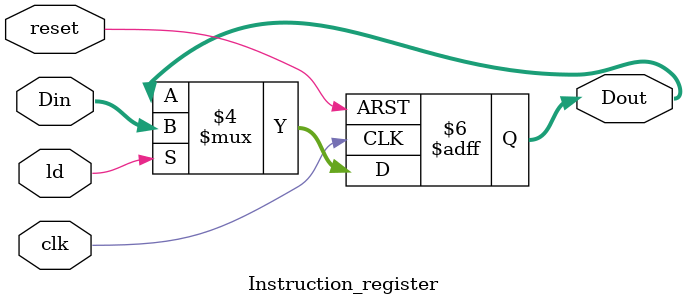
<source format=v>
`timescale 1ns / 1ps
/***********************************************************************************************
*    File Name:          IR (Instructions Register)
*    Project:            Lab Project 7: CPU Execution Unit
*    Used by Designers:  Houssem Eddin Loudhabachi and Jose Sotelo
*    Email:              jsotelo235@gmail.com and hloudhabachi@gmail.com
*    Accesed On:         April 22, 2017
*
*    Purpose:
*    The purpose for this module is create a 16 bit register behaviorally. We will use
*    this register to create the ir (Instructions Register) that holds the instructions
*    that are currently being executed or decoded. The IR will be used to stored an instruction 
*    in a register that its fetched from memory. 
 ***********************************************************************************************/
module Instruction_register(clk, reset, ld, Din, Dout);

     input                    clk,reset,ld;
     input          [15:0]    Din;
     
     output reg     [15:0]    Dout;

     always @ (posedge clk or posedge reset)
          if (reset)
               Dout <= 16'b0;
          else begin
               if (ld==1'b1)
                    Dout <= Din;
               else
                    Dout <= Dout;
               end
endmodule

</source>
